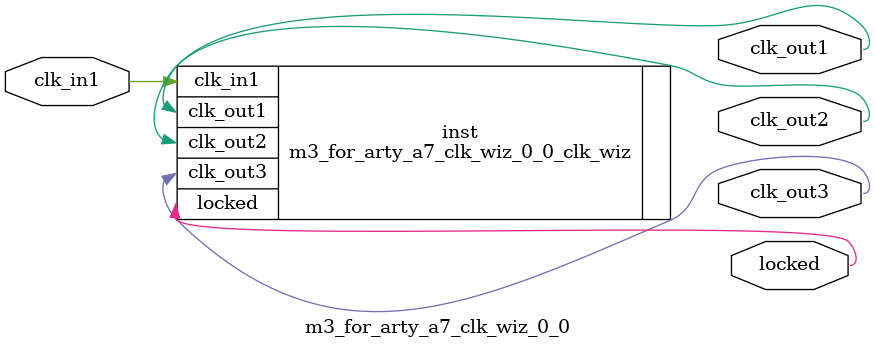
<source format=v>


`timescale 1ps/1ps

(* CORE_GENERATION_INFO = "m3_for_arty_a7_clk_wiz_0_0,clk_wiz_v6_0_1_0_0,{component_name=m3_for_arty_a7_clk_wiz_0_0,use_phase_alignment=true,use_min_o_jitter=false,use_max_i_jitter=false,use_dyn_phase_shift=false,use_inclk_switchover=false,use_dyn_reconfig=false,enable_axi=0,feedback_source=FDBK_AUTO,PRIMITIVE=MMCM,num_out_clk=3,clkin1_period=10.000,clkin2_period=10.000,use_power_down=false,use_reset=false,use_locked=true,use_inclk_stopped=false,feedback_type=SINGLE,CLOCK_MGR_TYPE=NA,manual_override=false}" *)

module m3_for_arty_a7_clk_wiz_0_0 
 (
  // Clock out ports
  output        clk_out1,
  output        clk_out2,
  output        clk_out3,
  // Status and control signals
  output        locked,
 // Clock in ports
  input         clk_in1
 );

  m3_for_arty_a7_clk_wiz_0_0_clk_wiz inst
  (
  // Clock out ports  
  .clk_out1(clk_out1),
  .clk_out2(clk_out2),
  .clk_out3(clk_out3),
  // Status and control signals               
  .locked(locked),
 // Clock in ports
  .clk_in1(clk_in1)
  );

endmodule

</source>
